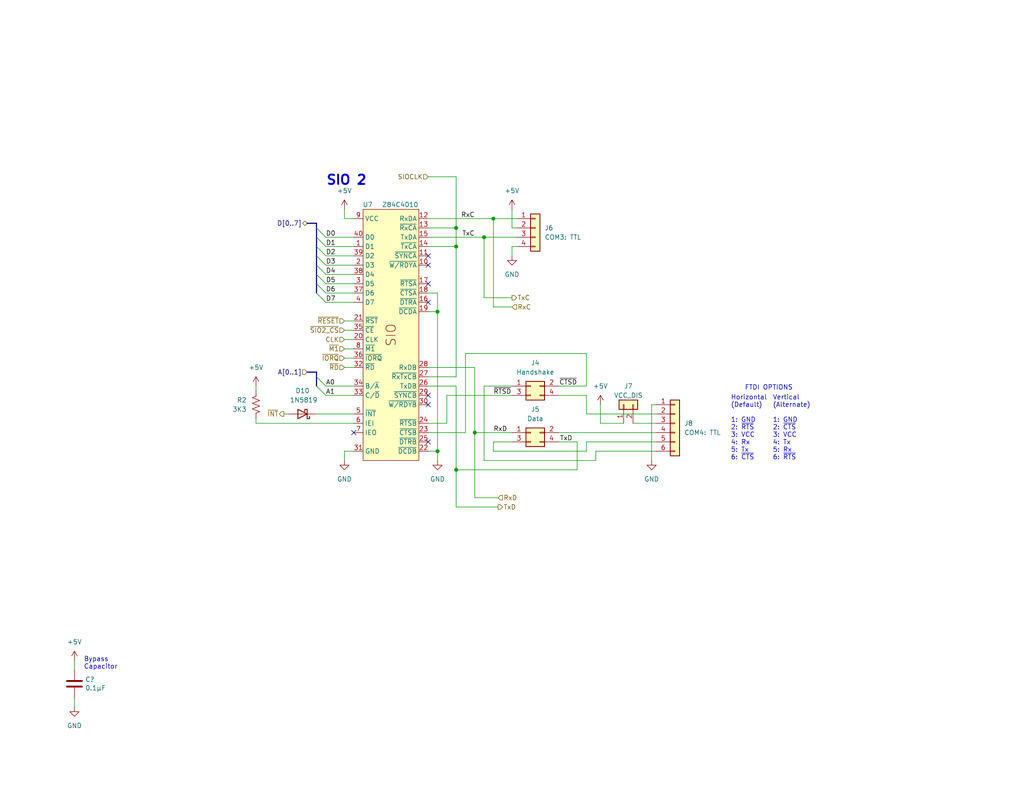
<source format=kicad_sch>
(kicad_sch (version 20230121) (generator eeschema)
  (paper "USLetter")
  (title_block (title "COM ports 3 and 4 (TTL)") (date "2023-08-07") (rev "1.1") (company "Frédéric Segard") (comment 1 "youtube.com/@microhobbyist.com"))
  (lib_symbols
    (symbol "+5V_1" (power) (pin_names (offset 0))
      (property "Value" "+5V_1" (at 0 3.556 0))
      (symbol "+5V_1_0_1"
        (polyline (pts (xy -0.762 1.27) (xy 0 2.54)))
        (polyline (pts (xy 0 0) (xy 0 2.54)))
        (polyline (pts (xy 0 2.54) (xy 0.762 1.27)))
      )
      (symbol "+5V_1_1_1"
        (pin power_in line (at 0 0 90) (length 0) hide (name "+5V") (number "1"))
      )
    )
    (symbol "0_Z80_Library:Z84C40xx SIO"
      (property "Reference" "U" (at -7.62 1.27 0))
      (property "Value" "Z84C40xx SIO" (at 1.27 1.27 0))
      (symbol "Z84C40xx SIO_0_0"
        (text "SIO" (at 0 -34.29 900) (effects (font (size 2.54 2.54))))
      )
      (symbol "Z84C40xx SIO_0_1"
        (rectangle (start -7.62 0) (end 7.62 -68.58) (stroke (width 0.1524)) (fill (type background)))
      )
      (symbol "Z84C40xx SIO_1_1"
        (pin bidirectional line (at -10.16 -10.16 0) (length 2.54) (name "D1") (number "1"))
        (pin output line (at 10.16 -15.24 180) (length 2.54) (name "~{W/RDYA}") (number "10"))
        (pin bidirectional line (at 10.16 -12.7 180) (length 2.54) (name "~{SYNCA}") (number "11"))
        (pin input line (at 10.16 -2.54 180) (length 2.54) (name "RxDA") (number "12"))
        (pin input line (at 10.16 -5.08 180) (length 2.54) (name "~{RxCA}") (number "13"))
        (pin input line (at 10.16 -10.16 180) (length 2.54) (name "~{TxCA}") (number "14"))
        (pin output line (at 10.16 -7.62 180) (length 2.54) (name "TxDA") (number "15"))
        (pin output line (at 10.16 -25.4 180) (length 2.54) (name "~{DTRA}") (number "16"))
        (pin output line (at 10.16 -20.32 180) (length 2.54) (name "~{RTSA}") (number "17"))
        (pin input line (at 10.16 -22.86 180) (length 2.54) (name "~{CTSA}") (number "18"))
        (pin input line (at 10.16 -27.94 180) (length 2.54) (name "~{DCDA}") (number "19"))
        (pin bidirectional line (at -10.16 -15.24 0) (length 2.54) (name "D3") (number "2"))
        (pin input line (at -10.16 -35.56 0) (length 2.54) (name "CLK") (number "20"))
        (pin input line (at -10.16 -30.48 0) (length 2.54) (name "~{RST}") (number "21"))
        (pin input line (at 10.16 -66.04 180) (length 2.54) (name "~{DCDB}") (number "22"))
        (pin input line (at 10.16 -60.96 180) (length 2.54) (name "~{CTSB}") (number "23"))
        (pin output line (at 10.16 -58.42 180) (length 2.54) (name "~{RTSB}") (number "24"))
        (pin output line (at 10.16 -63.5 180) (length 2.54) (name "~{DTRB}") (number "25"))
        (pin output line (at 10.16 -48.26 180) (length 2.54) (name "TxDB") (number "26"))
        (pin input line (at 10.16 -45.72 180) (length 2.54) (name "~{RxTxCB}") (number "27"))
        (pin input line (at 10.16 -43.18 180) (length 2.54) (name "RxDB") (number "28"))
        (pin bidirectional line (at 10.16 -50.8 180) (length 2.54) (name "~{SYNCB}") (number "29"))
        (pin bidirectional line (at -10.16 -20.32 0) (length 2.54) (name "D5") (number "3"))
        (pin output line (at 10.16 -53.34 180) (length 2.54) (name "~{W/RDYB}") (number "30"))
        (pin power_in line (at -10.16 -66.04 0) (length 2.54) (name "GND") (number "31"))
        (pin input line (at -10.16 -43.18 0) (length 2.54) (name "~{RD}") (number "32"))
        (pin input line (at -10.16 -50.8 0) (length 2.54) (name "C/~{D}") (number "33"))
        (pin input line (at -10.16 -48.26 0) (length 2.54) (name "B/~{A}") (number "34"))
        (pin input line (at -10.16 -33.02 0) (length 2.54) (name "~{CE}") (number "35"))
        (pin input line (at -10.16 -40.64 0) (length 2.54) (name "~{IORQ}") (number "36"))
        (pin bidirectional line (at -10.16 -22.86 0) (length 2.54) (name "D6") (number "37"))
        (pin bidirectional line (at -10.16 -17.78 0) (length 2.54) (name "D4") (number "38"))
        (pin bidirectional line (at -10.16 -12.7 0) (length 2.54) (name "D2") (number "39"))
        (pin bidirectional line (at -10.16 -25.4 0) (length 2.54) (name "D7") (number "4"))
        (pin bidirectional line (at -10.16 -7.62 0) (length 2.54) (name "D0") (number "40"))
        (pin open_collector line (at -10.16 -55.88 0) (length 2.54) (name "~{INT}") (number "5"))
        (pin input line (at -10.16 -58.42 0) (length 2.54) (name "IEI") (number "6"))
        (pin output line (at -10.16 -60.96 0) (length 2.54) (name "IEO") (number "7"))
        (pin input line (at -10.16 -38.1 0) (length 2.54) (name "~{M1}") (number "8"))
        (pin power_in line (at -10.16 -2.54 0) (length 2.54) (name "VCC") (number "9"))
      )
    )
    (symbol "Connector_Generic:Conn_01x02" (pin_names (offset 1.016) hide)
      (property "Reference" "J" (at 0 2.54 0))
      (property "Value" "Conn_01x02" (at 0 -5.08 0))
      (symbol "Conn_01x02_1_1"
        (rectangle (start -1.27 -2.413) (end 0 -2.667) (stroke (width 0.1524)))
        (rectangle (start -1.27 0.127) (end 0 -0.127) (stroke (width 0.1524)))
        (rectangle (start -1.27 1.27) (end 1.27 -3.81) (stroke (width 0.254)) (fill (type background)))
        (pin passive line (at -5.08 0 0) (length 3.81) (name "Pin_1") (number "1"))
        (pin passive line (at -5.08 -2.54 0) (length 3.81) (name "Pin_2") (number "2"))
      )
    )
    (symbol "Connector_Generic:Conn_01x04" (pin_names (offset 1.016) hide)
      (property "Reference" "J" (at 0 5.08 0))
      (property "Value" "Conn_01x04" (at 0 -7.62 0))
      (symbol "Conn_01x04_1_1"
        (rectangle (start -1.27 -4.953) (end 0 -5.207) (stroke (width 0.1524)))
        (rectangle (start -1.27 -2.413) (end 0 -2.667) (stroke (width 0.1524)))
        (rectangle (start -1.27 0.127) (end 0 -0.127) (stroke (width 0.1524)))
        (rectangle (start -1.27 2.667) (end 0 2.413) (stroke (width 0.1524)))
        (rectangle (start -1.27 3.81) (end 1.27 -6.35) (stroke (width 0.254)) (fill (type background)))
        (pin passive line (at -5.08 2.54 0) (length 3.81) (name "Pin_1") (number "1"))
        (pin passive line (at -5.08 0 0) (length 3.81) (name "Pin_2") (number "2"))
        (pin passive line (at -5.08 -2.54 0) (length 3.81) (name "Pin_3") (number "3"))
        (pin passive line (at -5.08 -5.08 0) (length 3.81) (name "Pin_4") (number "4"))
      )
    )
    (symbol "Connector_Generic:Conn_01x06" (pin_names (offset 1.016) hide)
      (property "Reference" "J" (at 0 7.62 0))
      (property "Value" "Conn_01x06" (at 0 -10.16 0))
      (symbol "Conn_01x06_1_1"
        (rectangle (start -1.27 -7.493) (end 0 -7.747) (stroke (width 0.1524)))
        (rectangle (start -1.27 -4.953) (end 0 -5.207) (stroke (width 0.1524)))
        (rectangle (start -1.27 -2.413) (end 0 -2.667) (stroke (width 0.1524)))
        (rectangle (start -1.27 0.127) (end 0 -0.127) (stroke (width 0.1524)))
        (rectangle (start -1.27 2.667) (end 0 2.413) (stroke (width 0.1524)))
        (rectangle (start -1.27 5.207) (end 0 4.953) (stroke (width 0.1524)))
        (rectangle (start -1.27 6.35) (end 1.27 -8.89) (stroke (width 0.254)) (fill (type background)))
        (pin passive line (at -5.08 5.08 0) (length 3.81) (name "Pin_1") (number "1"))
        (pin passive line (at -5.08 2.54 0) (length 3.81) (name "Pin_2") (number "2"))
        (pin passive line (at -5.08 0 0) (length 3.81) (name "Pin_3") (number "3"))
        (pin passive line (at -5.08 -2.54 0) (length 3.81) (name "Pin_4") (number "4"))
        (pin passive line (at -5.08 -5.08 0) (length 3.81) (name "Pin_5") (number "5"))
        (pin passive line (at -5.08 -7.62 0) (length 3.81) (name "Pin_6") (number "6"))
      )
    )
    (symbol "Connector_Generic:Conn_02x02_Odd_Even" (pin_names (offset 1.016) hide)
      (property "Reference" "J" (at 1.27 2.54 0))
      (property "Value" "Conn_02x02_Odd_Even" (at 1.27 -5.08 0))
      (symbol "Conn_02x02_Odd_Even_1_1"
        (rectangle (start -1.27 -2.413) (end 0 -2.667) (stroke (width 0.1524)))
        (rectangle (start -1.27 0.127) (end 0 -0.127) (stroke (width 0.1524)))
        (rectangle (start -1.27 1.27) (end 3.81 -3.81) (stroke (width 0.254)) (fill (type background)))
        (rectangle (start 3.81 -2.413) (end 2.54 -2.667) (stroke (width 0.1524)))
        (rectangle (start 3.81 0.127) (end 2.54 -0.127) (stroke (width 0.1524)))
        (pin passive line (at -5.08 0 0) (length 3.81) (name "Pin_1") (number "1"))
        (pin passive line (at 7.62 0 180) (length 3.81) (name "Pin_2") (number "2"))
        (pin passive line (at -5.08 -2.54 0) (length 3.81) (name "Pin_3") (number "3"))
        (pin passive line (at 7.62 -2.54 180) (length 3.81) (name "Pin_4") (number "4"))
      )
    )
    (symbol "Device:C" (pin_numbers hide) (pin_names (offset 0.254))
      (property "Reference" "C" (at 0.635 2.54 0))
      (property "Value" "C" (at 0.635 -2.54 0))
      (symbol "C_0_1"
        (polyline (pts (xy -2.032 -0.762) (xy 2.032 -0.762)) (stroke (width 0.508)))
        (polyline (pts (xy -2.032 0.762) (xy 2.032 0.762)) (stroke (width 0.508)))
      )
      (symbol "C_1_1"
        (pin passive line (at 0 3.81 270) (length 2.794) (name "~") (number "1"))
        (pin passive line (at 0 -3.81 90) (length 2.794) (name "~") (number "2"))
      )
    )
    (symbol "Device:R_US" (pin_numbers hide) (pin_names (offset 0))
      (property "Reference" "R" (at 2.54 0 90))
      (property "Value" "R_US" (at -2.54 0 90))
      (symbol "R_US_0_1"
        (polyline (pts (xy 0 -2.286) (xy 0 -2.54)))
        (polyline (pts (xy 0 2.286) (xy 0 2.54)))
        (polyline (pts (xy 0 -0.762) (xy 1.016 -1.143) (xy 0 -1.524) (xy -1.016 -1.905) (xy 0 -2.286)))
        (polyline (pts (xy 0 0.762) (xy 1.016 0.381) (xy 0 0) (xy -1.016 -0.381) (xy 0 -0.762)))
        (polyline (pts (xy 0 2.286) (xy 1.016 1.905) (xy 0 1.524) (xy -1.016 1.143) (xy 0 0.762)))
      )
      (symbol "R_US_1_1"
        (pin passive line (at 0 3.81 270) (length 1.27) (name "~") (number "1"))
        (pin passive line (at 0 -3.81 90) (length 1.27) (name "~") (number "2"))
      )
    )
    (symbol "Diode:1N5819" (pin_numbers hide) (pin_names (offset 1.016) hide)
      (property "Reference" "D" (at 0 2.54 0))
      (property "Value" "1N5819" (at 0 -2.54 0))
      (symbol "1N5819_0_1"
        (polyline (pts (xy 1.27 0) (xy -1.27 0)))
        (polyline (pts (xy 1.27 1.27) (xy 1.27 -1.27) (xy -1.27 0) (xy 1.27 1.27)) (stroke (width 0.254)))
        (polyline (pts (xy -1.905 0.635) (xy -1.905 1.27) (xy -1.27 1.27) (xy -1.27 -1.27) (xy -0.635 -1.27) (xy -0.635 -0.635)) (stroke (width 0.254)))
      )
      (symbol "1N5819_1_1"
        (pin passive line (at -3.81 0 0) (length 2.54) (name "K") (number "1"))
        (pin passive line (at 3.81 0 180) (length 2.54) (name "A") (number "2"))
      )
    )
    (symbol "GND_1" (power) (pin_names (offset 0))
      (property "Value" "GND_1" (at 0 -3.81 0))
      (symbol "GND_1_0_1"
        (polyline (pts (xy 0 0) (xy 0 -1.27) (xy 1.27 -1.27) (xy 0 -2.54) (xy -1.27 -1.27) (xy 0 -1.27)))
      )
      (symbol "GND_1_1_1"
        (pin power_in line (at 0 0 270) (length 0) hide (name "GND") (number "1"))
      )
    )
  )
  (junction (at 119.38 123.19))
  (junction (at 124.46 62.23))
  (junction (at 119.38 85.09))
  (junction (at 129.54 118.11))
  (junction (at 132.08 64.77))
  (junction (at 124.46 67.31))
  (junction (at 124.46 128.27))
  (junction (at 134.62 59.69))
  (no_connect (at 116.84 69.85))
  (no_connect (at 116.84 110.49))
  (no_connect (at 116.84 77.47))
  (no_connect (at 116.84 120.65))
  (no_connect (at 96.52 118.11))
  (no_connect (at 116.84 72.39))
  (no_connect (at 116.84 107.95))
  (no_connect (at 116.84 82.55))
  (bus_entry (at 86.36 74.93) (size 2.54 2.54))
  (bus_entry (at 86.36 105.41) (size 2.54 2.54))
  (bus_entry (at 86.36 72.39) (size 2.54 2.54))
  (bus_entry (at 86.36 62.23) (size 2.54 2.54))
  (bus_entry (at 86.36 80.01) (size 2.54 2.54))
  (bus_entry (at 86.36 67.31) (size 2.54 2.54))
  (bus_entry (at 86.36 102.87) (size 2.54 2.54))
  (bus_entry (at 86.36 77.47) (size 2.54 2.54))
  (bus_entry (at 86.36 64.77) (size 2.54 2.54))
  (bus_entry (at 86.36 69.85) (size 2.54 2.54))
  (wire (pts (xy 124.46 48.26) (xy 124.46 62.23)))
  (wire (pts (xy 93.98 123.19) (xy 93.98 125.73)))
  (wire (pts (xy 69.85 115.57) (xy 96.52 115.57)))
  (wire (pts (xy 69.85 114.3) (xy 69.85 115.57)))
  (bus (pts (xy 86.36 105.41) (xy 86.36 102.87)))
  (wire (pts (xy 88.9 74.93) (xy 96.52 74.93)))
  (wire (pts (xy 88.9 105.41) (xy 96.52 105.41)))
  (bus (pts (xy 86.36 80.01) (xy 86.36 77.47)))
  (wire (pts (xy 152.4 120.65) (xy 157.48 120.65)))
  (wire (pts (xy 162.56 123.19) (xy 179.07 123.19)))
  (wire (pts (xy 77.47 113.03) (xy 78.74 113.03)))
  (wire (pts (xy 140.97 62.23) (xy 139.7 62.23)))
  (wire (pts (xy 132.08 81.28) (xy 132.08 64.77)))
  (wire (pts (xy 132.08 64.77) (xy 140.97 64.77)))
  (wire (pts (xy 86.36 113.03) (xy 96.52 113.03)))
  (wire (pts (xy 160.02 107.95) (xy 160.02 113.03)))
  (wire (pts (xy 116.84 67.31) (xy 124.46 67.31)))
  (wire (pts (xy 88.9 77.47) (xy 96.52 77.47)))
  (wire (pts (xy 124.46 138.43) (xy 135.89 138.43)))
  (wire (pts (xy 139.7 57.15) (xy 139.7 62.23)))
  (wire (pts (xy 96.52 59.69) (xy 93.98 59.69)))
  (wire (pts (xy 139.7 107.95) (xy 121.92 107.95)))
  (wire (pts (xy 116.84 64.77) (xy 132.08 64.77)))
  (bus (pts (xy 86.36 72.39) (xy 86.36 69.85)))
  (wire (pts (xy 134.62 120.65) (xy 139.7 120.65)))
  (wire (pts (xy 134.62 123.19) (xy 160.02 123.19)))
  (bus (pts (xy 86.36 69.85) (xy 86.36 67.31)))
  (wire (pts (xy 134.62 120.65) (xy 134.62 123.19)))
  (wire (pts (xy 134.62 83.82) (xy 134.62 59.69)))
  (wire (pts (xy 20.32 180.34) (xy 20.32 182.88)))
  (wire (pts (xy 96.52 123.19) (xy 93.98 123.19)))
  (bus (pts (xy 86.36 64.77) (xy 86.36 62.23)))
  (wire (pts (xy 124.46 62.23) (xy 124.46 67.31)))
  (bus (pts (xy 86.36 77.47) (xy 86.36 74.93)))
  (wire (pts (xy 116.84 62.23) (xy 124.46 62.23)))
  (wire (pts (xy 139.7 105.41) (xy 132.08 105.41)))
  (wire (pts (xy 139.7 67.31) (xy 139.7 69.85)))
  (wire (pts (xy 116.84 48.26) (xy 124.46 48.26)))
  (wire (pts (xy 93.98 92.71) (xy 96.52 92.71)))
  (wire (pts (xy 127 118.11) (xy 116.84 118.11)))
  (wire (pts (xy 93.98 95.25) (xy 96.52 95.25)))
  (wire (pts (xy 129.54 100.33) (xy 116.84 100.33)))
  (wire (pts (xy 163.83 110.49) (xy 163.83 115.57)))
  (wire (pts (xy 88.9 82.55) (xy 96.52 82.55)))
  (wire (pts (xy 116.84 59.69) (xy 134.62 59.69)))
  (wire (pts (xy 124.46 105.41) (xy 116.84 105.41)))
  (wire (pts (xy 119.38 123.19) (xy 119.38 125.73)))
  (wire (pts (xy 124.46 128.27) (xy 124.46 105.41)))
  (wire (pts (xy 88.9 80.01) (xy 96.52 80.01)))
  (wire (pts (xy 152.4 107.95) (xy 160.02 107.95)))
  (wire (pts (xy 93.98 90.17) (xy 96.52 90.17)))
  (wire (pts (xy 129.54 118.11) (xy 129.54 135.89)))
  (bus (pts (xy 86.36 74.93) (xy 86.36 72.39)))
  (wire (pts (xy 152.4 118.11) (xy 179.07 118.11)))
  (wire (pts (xy 129.54 135.89) (xy 135.89 135.89)))
  (wire (pts (xy 93.98 87.63) (xy 96.52 87.63)))
  (wire (pts (xy 170.18 115.57) (xy 163.83 115.57)))
  (wire (pts (xy 116.84 85.09) (xy 119.38 85.09)))
  (wire (pts (xy 177.8 110.49) (xy 177.8 125.73)))
  (wire (pts (xy 116.84 102.87) (xy 124.46 102.87)))
  (wire (pts (xy 127 96.52) (xy 127 118.11)))
  (wire (pts (xy 129.54 118.11) (xy 129.54 100.33)))
  (wire (pts (xy 132.08 81.28) (xy 139.7 81.28)))
  (wire (pts (xy 140.97 67.31) (xy 139.7 67.31)))
  (wire (pts (xy 20.32 190.5) (xy 20.32 193.04)))
  (wire (pts (xy 93.98 57.15) (xy 93.98 59.69)))
  (wire (pts (xy 93.98 97.79) (xy 96.52 97.79)))
  (wire (pts (xy 160.02 96.52) (xy 127 96.52)))
  (wire (pts (xy 134.62 59.69) (xy 140.97 59.69)))
  (wire (pts (xy 88.9 69.85) (xy 96.52 69.85)))
  (wire (pts (xy 124.46 67.31) (xy 124.46 102.87)))
  (wire (pts (xy 179.07 110.49) (xy 177.8 110.49)))
  (wire (pts (xy 88.9 107.95) (xy 96.52 107.95)))
  (wire (pts (xy 121.92 115.57) (xy 116.84 115.57)))
  (bus (pts (xy 86.36 62.23) (xy 86.36 60.96)))
  (wire (pts (xy 119.38 85.09) (xy 119.38 123.19)))
  (wire (pts (xy 88.9 64.77) (xy 96.52 64.77)))
  (wire (pts (xy 160.02 120.65) (xy 179.07 120.65)))
  (wire (pts (xy 134.62 83.82) (xy 139.7 83.82)))
  (wire (pts (xy 160.02 113.03) (xy 179.07 113.03)))
  (wire (pts (xy 69.85 105.41) (xy 69.85 106.68)))
  (bus (pts (xy 86.36 67.31) (xy 86.36 64.77)))
  (wire (pts (xy 152.4 105.41) (xy 160.02 105.41)))
  (wire (pts (xy 172.72 115.57) (xy 179.07 115.57)))
  (wire (pts (xy 132.08 105.41) (xy 132.08 125.73)))
  (wire (pts (xy 160.02 123.19) (xy 160.02 120.65)))
  (wire (pts (xy 132.08 125.73) (xy 162.56 125.73)))
  (wire (pts (xy 119.38 80.01) (xy 119.38 85.09)))
  (wire (pts (xy 88.9 72.39) (xy 96.52 72.39)))
  (wire (pts (xy 93.98 100.33) (xy 96.52 100.33)))
  (bus (pts (xy 86.36 102.87) (xy 86.36 101.6)))
  (bus (pts (xy 83.82 101.6) (xy 86.36 101.6)))
  (wire (pts (xy 121.92 107.95) (xy 121.92 115.57)))
  (wire (pts (xy 116.84 123.19) (xy 119.38 123.19)))
  (wire (pts (xy 162.56 125.73) (xy 162.56 123.19)))
  (wire (pts (xy 139.7 118.11) (xy 129.54 118.11)))
  (bus (pts (xy 83.82 60.96) (xy 86.36 60.96)))
  (wire (pts (xy 160.02 105.41) (xy 160.02 96.52)))
  (wire (pts (xy 88.9 67.31) (xy 96.52 67.31)))
  (wire (pts (xy 124.46 128.27) (xy 124.46 138.43)))
  (wire (pts (xy 157.48 120.65) (xy 157.48 128.27)))
  (wire (pts (xy 157.48 128.27) (xy 124.46 128.27)))
  (wire (pts (xy 116.84 80.01) (xy 119.38 80.01)))
  (text "FTDI OPTIONS" (at 203.2 106.68 0) (effects (font (size 1.27 1.27)) (justify left bottom)))
  (text "Horizontal\n(Default)\n\n1: GND\n2: ~{RTS}\n3: VCC\n4: Rx\n5: Tx\n6: ~{CTS}" (at 199.39 125.73 0) (effects (font (size 1.27 1.27)) (justify left bottom)))
  (text "SIO 2" (at 88.9 50.8 0) (effects (font (size 2.54 2.54) (thickness 0.508) bold) (justify left bottom)))
  (text "Vertical\n(Alternate)\n\n1: GND\n2: ~{CTS}\n3: VCC\n4: Tx\n5: Rx\n6: ~{RTS}" (at 210.82 125.73 0) (effects (font (size 1.27 1.27)) (justify left bottom)))
  (text "Bypass\nCapacitor" (at 22.86 182.88 0) (effects (font (size 1.27 1.27)) (justify left bottom)))
  (label "D4" (at 88.9 74.93 0))
  (label "~{CTSD}" (at 157.48 105.41 180))
  (label "D2" (at 88.9 69.85 0))
  (label "TxC" (at 129.54 64.77 180))
  (label "A0" (at 88.9 105.41 0))
  (label "RxC" (at 129.54 59.69 180))
  (label "D0" (at 88.9 64.77 0))
  (label "D1" (at 88.9 67.31 0))
  (label "D3" (at 88.9 72.39 0))
  (label "TxD" (at 156.21 120.65 180))
  (label "D6" (at 88.9 80.01 0))
  (label "D5" (at 88.9 77.47 0))
  (label "D7" (at 88.9 82.55 0))
  (label "RxD" (at 134.62 118.11 0))
  (label "A1" (at 88.9 107.95 0))
  (label "~{RTSD}" (at 134.62 107.95 0))
  (hierarchical_label "~{INT}" (shape output) (at 77.47 113.03 180))
  (hierarchical_label "D[0..7]" (shape bidirectional) (at 83.82 60.96 180))
  (hierarchical_label "~{IORQ}" (shape input) (at 93.98 97.79 180))
  (hierarchical_label "~{SIO2_CS}" (shape input) (at 93.98 90.17 180))
  (hierarchical_label "~{RD}" (shape input) (at 93.98 100.33 180))
  (hierarchical_label "TxC" (shape output) (at 139.7 81.28 0))
  (hierarchical_label "CLK" (shape input) (at 93.98 92.71 180))
  (hierarchical_label "RxD" (shape input) (at 135.89 135.89 0))
  (hierarchical_label "~{RESET}" (shape input) (at 93.98 87.63 180))
  (hierarchical_label "SIOCLK" (shape input) (at 116.84 48.26 180))
  (hierarchical_label "~{M1}" (shape input) (at 93.98 95.25 180))
  (hierarchical_label "TxD" (shape output) (at 135.89 138.43 0))
  (hierarchical_label "RxC" (shape input) (at 139.7 83.82 0))
  (hierarchical_label "A[0..1]" (shape input) (at 83.82 101.6 180))
  (symbol (lib_id "Connector_Generic:Conn_02x02_Odd_Even") (at 144.78 105.41 0) (unit 1)
    (property "Reference" "J4" (at 146.05 99.06 0))
    (property "Value" "Handshake" (at 146.05 101.6 0))
    (property "Footprint" "Connector_PinHeader_2.54mm:PinHeader_2x02_P2.54mm_Vertical" (effects hide))
  )
  (symbol (lib_name "+5V_1") (lib_id "power:+5V") (at 163.83 110.49 0) (unit 1)
    (property "Reference" "#PWR?" (effects hide))
    (property "Value" "+5V" (at 163.83 105.41 0))
    (instances (project "3 - Quad Serial card v3" (path "" (reference "#PWR?") (unit 1)) (path "" (reference "#PWR?") (unit 1)) (path "" (reference "#PWR041") (unit 1))))
  )
  (symbol (lib_id "Connector_Generic:Conn_01x06") (at 184.15 115.57 0) (unit 1)
    (property "Reference" "J8" (at 186.69 115.5699 0) (effects (justify left)))
    (property "Value" "COM4: TTL" (at 186.69 118.1099 0) (effects (justify left)))
    (property "Footprint" "Connector_PinHeader_2.54mm:PinHeader_1x06_P2.54mm_Horizontal" (effects hide))
  )
  (symbol (lib_id "Device:C") (at 20.32 186.69 0) (unit 1)
    (property "Reference" "C?" (at 23.241 185.5216 0) (effects (justify left)))
    (property "Value" "0.1µF" (at 23.241 187.833 0) (effects (justify left)))
    (property "Footprint" "Capacitor_THT:C_Disc_D3.0mm_W1.6mm_P2.50mm" (effects hide))
    (instances (project "3 - Quad Serial card v3" (path "" (reference "C?") (unit 1)) (path "" (reference "C16") (unit 1))))
  )
  (symbol (lib_id "Diode:1N5819") (at 82.55 113.03 180) (unit 1)
    (property "Reference" "D10" (at 82.55 106.68 0))
    (property "Value" "1N5819" (at 82.8675 109.22 0))
    (property "Footprint" "Diode_THT:D_DO-41_SOD81_P10.16mm_Horizontal" (effects hide))
    (property "Datasheet" "http://www.vishay.com/docs/88525/1n5817.pdf" (effects hide))
  )
  (symbol (lib_name "+5V_1") (lib_id "power:+5V") (at 139.7 57.15 0) (unit 1)
    (property "Reference" "#PWR?" (effects hide))
    (property "Value" "+5V" (at 139.7 52.07 0))
    (instances (project "3 - Quad Serial card v3" (path "" (reference "#PWR?") (unit 1)) (path "" (reference "#PWR?") (unit 1)) (path "" (reference "#PWR039") (unit 1))))
  )
  (symbol (lib_name "GND_1") (lib_id "power:GND") (at 20.32 193.04 0) (unit 1)
    (property "Reference" "#PWR?" (effects hide))
    (property "Value" "GND" (at 20.32 198.12 0))
    (instances (project "3 - Quad Serial card v3" (path "" (reference "#PWR?") (unit 1)) (path "" (reference "#PWR?") (unit 1)) (path "" (reference "#PWR016") (unit 1))))
  )
  (symbol (lib_name "+5V_1") (lib_id "power:+5V") (at 69.85 105.41 0) (unit 1)
    (property "Reference" "#PWR?" (effects hide))
    (property "Value" "+5V" (at 69.85 100.33 0))
    (instances (project "3 - Quad Serial card v3" (path "" (reference "#PWR?") (unit 1)) (path "" (reference "#PWR?") (unit 1)) (path "" (reference "#PWR035") (unit 1))))
  )
  (symbol (lib_name "GND_1") (lib_id "power:GND") (at 139.7 69.85 0) (unit 1)
    (property "Reference" "#PWR?" (effects hide))
    (property "Value" "GND" (at 139.7 74.93 0))
    (instances (project "3 - Quad Serial card v3" (path "" (reference "#PWR?") (unit 1)) (path "" (reference "#PWR?") (unit 1)) (path "" (reference "#PWR040") (unit 1))))
  )
  (symbol (lib_name "+5V_1") (lib_id "power:+5V") (at 93.98 57.15 0) (unit 1)
    (property "Reference" "#PWR?" (effects hide))
    (property "Value" "+5V" (at 93.98 52.07 0))
    (instances (project "3 - Quad Serial card v3" (path "" (reference "#PWR?") (unit 1)) (path "" (reference "#PWR?") (unit 1)) (path "" (reference "#PWR036") (unit 1))))
  )
  (symbol (lib_id "Connector_Generic:Conn_01x02") (at 170.18 110.49 90) (unit 1)
    (property "Reference" "J7" (at 171.45 105.41 90))
    (property "Value" "VCC_DIS" (at 171.45 107.95 90))
    (property "Footprint" "Connector_PinHeader_2.54mm:PinHeader_1x02_P2.54mm_Vertical" (effects hide))
  )
  (symbol (lib_id "Connector_Generic:Conn_01x04") (at 146.05 62.23 0) (unit 1)
    (property "Reference" "J6" (at 148.59 62.2299 0) (effects (justify left)))
    (property "Value" "COM3: TTL" (at 148.59 64.7699 0) (effects (justify left)))
    (property "Footprint" "Connector_PinHeader_2.54mm:PinHeader_1x04_P2.54mm_Horizontal" (effects hide))
  )
  (symbol (lib_id "Device:R_US") (at 69.85 110.49 0) (mirror y) (unit 1)
    (property "Reference" "R2" (at 67.31 109.2199 0) (effects (justify left)))
    (property "Value" "3K3" (at 67.31 111.7599 0) (effects (justify left)))
    (property "Footprint" "Resistor_THT:R_Axial_DIN0207_L6.3mm_D2.5mm_P10.16mm_Horizontal" (effects hide))
  )
  (symbol (lib_name "GND_1") (lib_id "power:GND") (at 119.38 125.73 0) (unit 1)
    (property "Reference" "#PWR?" (effects hide))
    (property "Value" "GND" (at 119.38 130.81 0))
    (instances (project "3 - Quad Serial card v3" (path "" (reference "#PWR?") (unit 1)) (path "" (reference "#PWR?") (unit 1)) (path "" (reference "#PWR038") (unit 1))))
  )
  (symbol (lib_name "+5V_1") (lib_id "power:+5V") (at 20.32 180.34 0) (unit 1)
    (property "Reference" "#PWR?" (effects hide))
    (property "Value" "+5V" (at 20.32 175.26 0))
    (instances (project "3 - Quad Serial card v3" (path "" (reference "#PWR?") (unit 1)) (path "" (reference "#PWR?") (unit 1)) (path "" (reference "#PWR015") (unit 1))))
  )
  (symbol (lib_id "Connector_Generic:Conn_02x02_Odd_Even") (at 144.78 118.11 0) (unit 1)
    (property "Reference" "J5" (at 146.05 111.76 0))
    (property "Value" "Data" (at 146.05 114.3 0))
    (property "Footprint" "Connector_PinHeader_2.54mm:PinHeader_2x02_P2.54mm_Vertical" (effects hide))
  )
  (symbol (lib_id "0_Z80_Library:Z84C40xx SIO") (at 106.68 57.15 0) (unit 1)
    (property "Reference" "U7" (at 100.33 55.88 0))
    (property "Value" "Z84C4010" (at 109.22 55.88 0))
    (property "Footprint" "Package_DIP:DIP-40_W15.24mm_Socket" (effects hide))
    (property "Datasheet" "https://www.mouser.ca/datasheet/2/240/zilgs00978_1-2584731.pdf" (effects hide))
  )
  (symbol (lib_name "GND_1") (lib_id "power:GND") (at 177.8 125.73 0) (unit 1)
    (property "Reference" "#PWR?" (effects hide))
    (property "Value" "GND" (at 177.8 130.81 0))
    (instances (project "3 - Quad Serial card v3" (path "" (reference "#PWR?") (unit 1)) (path "" (reference "#PWR?") (unit 1)) (path "" (reference "#PWR042") (unit 1))))
  )
  (symbol (lib_name "GND_1") (lib_id "power:GND") (at 93.98 125.73 0) (unit 1)
    (property "Reference" "#PWR?" (effects hide))
    (property "Value" "GND" (at 93.98 130.81 0))
    (instances (project "3 - Quad Serial card v3" (path "" (reference "#PWR?") (unit 1)) (path "" (reference "#PWR?") (unit 1)) (path "" (reference "#PWR037") (unit 1))))
  )
)
</source>
